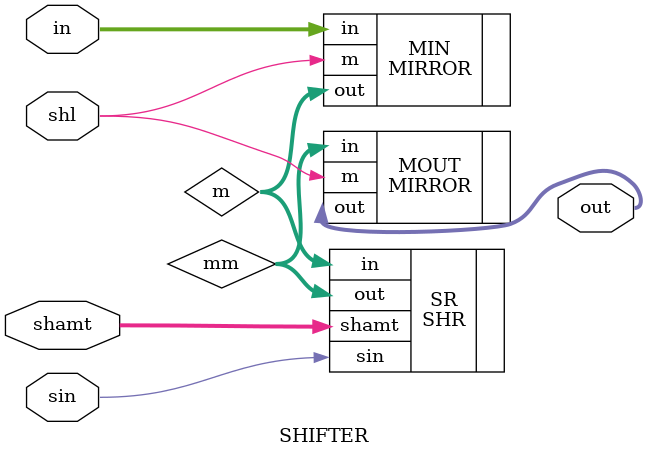
<source format=v>
/*
    Note: Use only SIZE=32.
    SLL : sin=0, shl=1
    SRL : sin=0, shl=0
    SRA : sin=A[31], shl=0 
*/

module SHIFTER #(parameter SIZE=32)(
    input   [SIZE-1:0]          in,
    input   [$clog2(SIZE)-1:0]  shamt,
    input                       sin,
    input                       shl,
    output  [SIZE-1:0]          out 
);

    wire [SIZE-1:0] m, mm;
    MIRROR MIN (.in(in), .out(m), .m(shl));
    SHR SR (.in(m), .out(mm), .sin(sin), .shamt(shamt));
    MIRROR MOUT (.in(mm), .out(out), .m(shl));

endmodule
</source>
